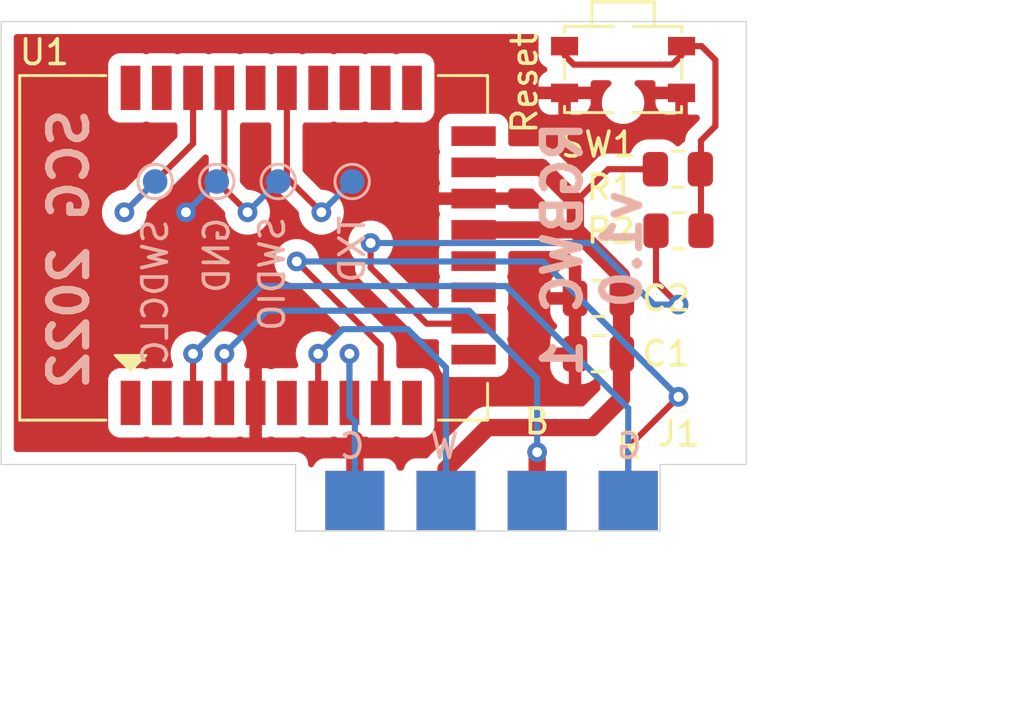
<source format=kicad_pcb>
(kicad_pcb (version 20211014) (generator pcbnew)
  (layers (0 "F.Cu" signal) (31 "B.Cu" signal) (34 "B.Paste" user) (35 "F.Paste" user) (36 "B.SilkS" user "B.Silkscreen") (37 "F.SilkS" user "F.Silkscreen") (38 "B.Mask" user) (39 "F.Mask" user) (44 "Edge.Cuts" user))
  (net 0 "")
  (net 1 "GNDD")
  (net 9 "+3V3")
  (net 10 "Net-(R1-Pad2)")
  (net 15 "LED_G")
  (net 16 "LED_B")
  (net 17 "LED_W")
  (net 18 "LED_C")
  (net 19 "LED_R")
  (net 21 "BTN")
  (net 22 "Net-(TP1-Pad1)")
  (net 23 "Net-(TP2-Pad1)")
  (net 24 "Net-(TP4-Pad1)")
  (footprint "light_rgbwc_1:module_conn" (layer "F.Cu") (at 181.61 124.46)
    (fp_text reference "J1" (at 13.14 -2.71) (layer "F.SilkS"))
    (fp_text value "MODULE" hide)
    (pad "a1" smd rect locked (at 0 0) (size 2.4 2.4) (layers "F.Cu" "F.Paste" "F.Mask") (net 1 "GNDD"))
    (pad "a2" smd rect locked (at 3.7 0) (size 2.4 2.4) (layers "F.Cu" "F.Paste" "F.Mask") (net 9 "+3V3"))
    (pad "a3" smd rect locked (at 7.4 0) (size 2.4 2.4) (layers "F.Cu" "F.Paste" "F.Mask") (net 16 "LED_B"))
    (pad "a4" smd rect locked (at 11.1 0) (size 2.4 2.4) (layers "F.Cu" "F.Paste" "F.Mask") (net 19 "LED_R"))
    (pad "b1" smd rect locked (at 0 0 90) (size 2.4 2.4) (layers "B.Cu" "B.Paste" "B.Mask") (net 18 "LED_C"))
    (pad "b2" smd rect locked (at 3.7 0) (size 2.4 2.4) (layers "B.Cu" "B.Paste" "B.Mask") (net 17 "LED_W"))
    (pad "b3" smd rect locked (at 7.4 0) (size 2.4 2.4) (layers "B.Cu" "B.Paste" "B.Mask"))
    (pad "b4" smd rect locked (at 11.1 0) (size 2.4 2.4) (layers "B.Cu" "B.Paste" "B.Mask") (net 15 "LED_G"))
  )
  (footprint "nrf5:E73-2G4M08S1C" (layer "F.Cu") (at 172.5 107.696 -90)
    (fp_text reference "U1" (at -1.446 3.5 180) (layer "F.SilkS"))
    (fp_text value "E73-2G4M08S1C")
    (fp_line (start -0.5 -14.5) (end 1 -14.5) (layer "F.SilkS") (width 0.12))
    (fp_line (start -0.5 1) (end -0.5 4.5) (layer "F.SilkS") (width 0.12))
    (fp_line (start 12 -14.5) (end 13.5 -14.5) (layer "F.SilkS") (width 0.12))
    (fp_line (start 13.5 -14.5) (end 13.5 -12.5) (layer "F.SilkS") (width 0.12))
    (fp_line (start -0.5 4.5) (end 13.5 4.5) (layer "F.SilkS") (width 0.12))
    (fp_line (start 13.5 4.5) (end 13.5 1) (layer "F.SilkS") (width 0.12))
    (fp_line (start -0.5 -12.5) (end -0.5 -14.5) (layer "F.SilkS") (width 0.12))
    (fp_poly (pts (xy 11.5 0) (xy 10.865 0.635) (xy 10.865 -0.635)) (layer "F.SilkS") (width 0.1) (fill solid))
    (pad "1" smd rect (at 12.800001 0 270) (size 1.8 0.8) (layers "F.Cu" "F.Paste" "F.Mask"))
    (pad "2" smd rect (at 12.800001 -1.27 270) (size 1.8 0.8) (layers "F.Cu" "F.Paste" "F.Mask"))
    (pad "3" smd rect (at 12.800001 -2.54 270) (size 1.8 0.8) (layers "F.Cu" "F.Paste" "F.Mask") (net 15 "LED_G"))
    (pad "4" smd rect (at 12.800001 -3.81 270) (size 1.8 0.8) (layers "F.Cu" "F.Paste" "F.Mask") (net 16 "LED_B"))
    (pad "5" smd rect (at 12.800001 -5.08 270) (size 1.8 0.8) (layers "F.Cu" "F.Paste" "F.Mask") (net 1 "GNDD"))
    (pad "6" smd rect (at 12.800001 -6.35 270) (size 1.8 0.8) (layers "F.Cu" "F.Paste" "F.Mask"))
    (pad "7" smd rect (at 12.800001 -7.62 270) (size 1.8 0.8) (layers "F.Cu" "F.Paste" "F.Mask") (net 17 "LED_W"))
    (pad "8" smd rect (at 12.800001 -8.89 270) (size 1.8 0.8) (layers "F.Cu" "F.Paste" "F.Mask") (net 18 "LED_C"))
    (pad "9" smd rect (at 12.800001 -10.16 270) (size 1.8 0.8) (layers "F.Cu" "F.Paste" "F.Mask") (net 19 "LED_R"))
    (pad "10" smd rect (at 12.800001 -11.43 270) (size 1.8 0.8) (layers "F.Cu" "F.Paste" "F.Mask"))
    (pad "11" smd rect (at 10.840001 -13.929999 270) (size 0.8 1.8) (layers "F.Cu" "F.Paste" "F.Mask"))
    (pad "13" smd rect (at 9.58 -13.929999 270) (size 0.8 1.8) (layers "F.Cu" "F.Paste" "F.Mask") (net 21 "BTN"))
    (pad "15" smd rect (at 8.31 -13.929999 270) (size 0.8 1.8) (layers "F.Cu" "F.Paste" "F.Mask"))
    (pad "17" smd rect (at 7.04 -13.929999 270) (size 0.8 1.8) (layers "F.Cu" "F.Paste" "F.Mask"))
    (pad "19" smd rect (at 5.77 -13.929999 270) (size 0.8 1.8) (layers "F.Cu" "F.Paste" "F.Mask") (net 9 "+3V3"))
    (pad "21" smd rect (at 4.5 -13.929999 270) (size 0.8 1.8) (layers "F.Cu" "F.Paste" "F.Mask") (net 1 "GNDD"))
    (pad "23" smd rect (at 3.230001 -13.929999 270) (size 0.8 1.8) (layers "F.Cu" "F.Paste" "F.Mask") (net 9 "+3V3"))
    (pad "25" smd rect (at 1.960001 -13.929999 270) (size 0.8 1.8) (layers "F.Cu" "F.Paste" "F.Mask"))
    (pad "26" smd rect (at 0 -11.43 270) (size 1.8 0.8) (layers "F.Cu" "F.Paste" "F.Mask"))
    (pad "27" smd rect (at 0 -10.16 270) (size 1.8 0.8) (layers "F.Cu" "F.Paste" "F.Mask"))
    (pad "29" smd rect (at 0 -8.89 270) (size 1.8 0.8) (layers "F.Cu" "F.Paste" "F.Mask"))
    (pad "31" smd rect (at 0 -7.62 270) (size 1.8 0.8) (layers "F.Cu" "F.Paste" "F.Mask"))
    (pad "33" smd rect (at 0 -6.35 270) (size 1.8 0.8) (layers "F.Cu" "F.Paste" "F.Mask") (net 24 "Net-(TP4-Pad1)"))
    (pad "35" smd rect (at 0 -5.08 270) (size 1.8 0.8) (layers "F.Cu" "F.Paste" "F.Mask"))
    (pad "37" smd rect (at 0 -3.81 270) (size 1.8 0.8) (layers "F.Cu" "F.Paste" "F.Mask") (net 23 "Net-(TP2-Pad1)"))
    (pad "39" smd rect (at 0 -2.54 270) (size 1.8 0.8) (layers "F.Cu" "F.Paste" "F.Mask") (net 22 "Net-(TP1-Pad1)"))
    (pad "41" smd rect (at 0 -1.27 270) (size 1.8 0.8) (layers "F.Cu" "F.Paste" "F.Mask"))
    (pad "43" smd rect (at 0 0 270) (size 1.8 0.8) (layers "F.Cu" "F.Paste" "F.Mask"))
  )
  (footprint "light_rgbwc_1:KLS7-TS6335" (layer "F.Cu") (at 192.5 106.95 180)
    (fp_text reference "SW1" (at 1 -3.05) (layer "F.SilkS"))
    (fp_text value "Reset" (at 4 -0.55 90) (layer "F.SilkS"))
    (fp_line (start 2.375 -1.75) (end 2.375 -1.5) (layer "F.SilkS") (width 0.12))
    (fp_line (start 0.4 1.75) (end 2.375 1.75) (layer "F.SilkS") (width 0.12))
    (fp_line (start -2.375 -1.75) (end -0.4 -1.75) (layer "F.SilkS") (width 0.12))
    (fp_line (start -2.375 0.4) (end -2.375 -0.4) (layer "F.SilkS") (width 0.12))
    (fp_line (start 0.4 -1.75) (end 2.375 -1.75) (layer "F.SilkS") (width 0.12))
    (fp_line (start 2.375 1.75) (end 2.375 1.5) (layer "F.SilkS") (width 0.12))
    (fp_line (start 2.375 -0.4) (end 2.375 0.4) (layer "F.SilkS") (width 0.12))
    (fp_line (start 1.27 2.75) (end 1.27 1.75) (layer "F.SilkS") (width 0.12))
    (fp_line (start -1.27 1.75) (end -1.27 2.75) (layer "F.SilkS") (width 0.12))
    (fp_line (start -1.27 2.75) (end 1.27 2.75) (layer "F.SilkS") (width 0.12))
    (fp_line (start -0.4 1.75) (end -2.375 1.75) (layer "F.SilkS") (width 0.12))
    (fp_line (start -2.375 -1.5) (end -2.375 -1.75) (layer "F.SilkS") (width 0.12))
    (fp_line (start -2.375 1.75) (end -2.375 1.5) (layer "F.SilkS") (width 0.12))
    (pad "" np_thru_hole circle locked (at 0 -1.35 180) (size 0.7 0.7) (drill 0.7) (layers *.Cu *.Mask))
    (pad "" np_thru_hole circle locked (at 0 1.35 180) (size 0.7 0.7) (drill 0.7) (layers *.Cu *.Mask))
    (pad "1" smd rect locked (at -2.375 -0.95 180) (size 1.1 0.75) (layers "F.Cu" "F.Paste" "F.Mask") (net 1 "GNDD"))
    (pad "1" smd rect locked (at 2.375 -0.95 180) (size 1.1 0.75) (layers "F.Cu" "F.Paste" "F.Mask") (net 1 "GNDD"))
    (pad "2" smd rect locked (at -2.375 0.95 180) (size 1.1 0.75) (layers "F.Cu" "F.Paste" "F.Mask") (net 10 "Net-(R1-Pad2)"))
    (pad "2" smd rect locked (at 2.375 0.95 180) (size 1.1 0.75) (layers "F.Cu" "F.Paste" "F.Mask") (net 10 "Net-(R1-Pad2)"))
  )
  (footprint "Capacitor_SMD:C_0805_2012Metric" (layer "F.Cu") (at 191.5 118.5 180)
    (fp_text reference "C1" (at -2.75 0) (layer "F.SilkS"))
    (fp_text value "0.1")
    (fp_line (start -0.261252 -0.735) (end 0.261252 -0.735) (layer "F.SilkS") (width 0.12))
    (fp_line (start -0.261252 0.735) (end 0.261252 0.735) (layer "F.SilkS") (width 0.12))
    (pad "1" smd roundrect (at -0.95 0 180) (size 1 1.45) (layers "F.Cu" "F.Paste" "F.Mask") (net 9 "+3V3"))
    (pad "2" smd roundrect (at 0.95 0 180) (size 1 1.45) (layers "F.Cu" "F.Paste" "F.Mask") (net 1 "GNDD"))
  )
  (footprint "Capacitor_SMD:C_0805_2012Metric" (layer "F.Cu") (at 191.5 116.25 180)
    (fp_text reference "C2" (at -2.75 0) (layer "F.SilkS"))
    (fp_text value "10")
    (fp_line (start -0.261252 0.735) (end 0.261252 0.735) (layer "F.SilkS") (width 0.12))
    (fp_line (start -0.261252 -0.735) (end 0.261252 -0.735) (layer "F.SilkS") (width 0.12))
    (pad "1" smd roundrect (at -0.95 0 180) (size 1 1.45) (layers "F.Cu" "F.Paste" "F.Mask") (net 9 "+3V3"))
    (pad "2" smd roundrect (at 0.95 0 180) (size 1 1.45) (layers "F.Cu" "F.Paste" "F.Mask") (net 1 "GNDD"))
  )
  (footprint "Resistor_SMD:R_0805_2012Metric" (layer "F.Cu") (at 194.725 111)
    (fp_text reference "R1" (at -2.725 0.75) (layer "F.SilkS"))
    (fp_text value "10K")
    (fp_line (start -0.227064 -0.735) (end 0.227064 -0.735) (layer "F.SilkS") (width 0.12))
    (fp_line (start -0.227064 0.735) (end 0.227064 0.735) (layer "F.SilkS") (width 0.12))
    (pad "1" smd roundrect (at -0.9125 0) (size 1.025 1.4) (layers "F.Cu" "F.Paste" "F.Mask") (roundrect_rratio 0.243902) (net 9 "+3V3"))
    (pad "2" smd roundrect (at 0.9125 0) (size 1.025 1.4) (layers "F.Cu" "F.Paste" "F.Mask") (roundrect_rratio 0.243902) (net 10 "Net-(R1-Pad2)"))
  )
  (footprint "Resistor_SMD:R_0805_2012Metric" (layer "F.Cu") (at 194.75 113.5)
    (fp_text reference "R2" (at -2.75 0) (layer "F.SilkS"))
    (fp_text value "1K")
    (fp_line (start -0.227064 0.735) (end 0.227064 0.735) (layer "F.SilkS") (width 0.12))
    (fp_line (start -0.227064 -0.735) (end 0.227064 -0.735) (layer "F.SilkS") (width 0.12))
    (pad "1" smd roundrect (at -0.9125 0) (size 1.025 1.4) (layers "F.Cu" "F.Paste" "F.Mask") (roundrect_rratio 0.243902) (net 21 "BTN"))
    (pad "2" smd roundrect (at 0.9125 0) (size 1.025 1.4) (layers "F.Cu" "F.Paste" "F.Mask") (roundrect_rratio 0.243902) (net 10 "Net-(R1-Pad2)"))
  )
  (footprint "TestPoint:TestPoint_Pad_D1.0mm" (layer "B.Cu") (at 173.5 111.5 180)
    (fp_text reference "TP1" hide)
    (fp_text value "SWDCLC" (at 0 -4.5 90) (layer "B.SilkS") (effects (justify mirror)))
    (fp_circle (center 0 0) (end 0 -0.7) (layer "B.SilkS") (width 0.12) (fill none))
    (pad "1" smd circle locked (at 0 0 180) (size 1 1) (layers "B.Cu" "B.Mask") (net 22 "Net-(TP1-Pad1)"))
  )
  (footprint "TestPoint:TestPoint_Pad_D1.0mm" (layer "B.Cu") (at 178.5 111.5 180)
    (fp_text reference "TP2" hide)
    (fp_text value "SWDIO" (at 0.25 -3.75 90) (layer "B.SilkS") (effects (justify mirror)))
    (fp_circle (center 0 0) (end 0 -0.7) (layer "B.SilkS") (width 0.12) (fill none))
    (pad "1" smd circle locked (at 0 0 180) (size 1 1) (layers "B.Cu" "B.Mask") (net 23 "Net-(TP2-Pad1)"))
  )
  (footprint "TestPoint:TestPoint_Pad_D1.0mm" (layer "B.Cu") (at 176 111.5 180)
    (fp_text reference "TP3" hide)
    (fp_text value "GND" (at 0 -3 90) (layer "B.SilkS") (effects (justify mirror)))
    (fp_circle (center 0 0) (end 0 -0.7) (layer "B.SilkS") (width 0.12) (fill none))
    (pad "1" smd circle locked (at 0 0 180) (size 1 1) (layers "B.Cu" "B.Mask") (net 1 "GNDD"))
  )
  (footprint "TestPoint:TestPoint_Pad_D1.0mm" (layer "B.Cu") (at 181.5 111.5 180)
    (fp_text reference "TP4" hide)
    (fp_text value "TXD" (at 0 -2.75 90) (layer "B.SilkS") (effects (justify mirror)))
    (fp_circle (center 0 0) (end 0 -0.7) (layer "B.SilkS") (width 0.12) (fill none))
    (pad "1" smd circle (at 0 0 180) (size 1 1) (layers "B.Cu" "B.Mask") (net 24 "Net-(TP4-Pad1)"))
  )
  (gr_line (start 167.25 105) (end 197.5 105) (layer "Edge.Cuts") (width 0.05))
  (gr_line (start 179.2 125.7) (end 194 125.7) (layer "Edge.Cuts") (width 0.05))
  (gr_line (start 167.25 123) (end 167.25 105) (layer "Edge.Cuts") (width 0.05))
  (gr_line (start 179.2 123) (end 167.25 123) (layer "Edge.Cuts") (width 0.05))
  (gr_line (start 194 125.7) (end 194 123) (layer "Edge.Cuts") (width 0.05))
  (gr_line (start 194 123) (end 197.5 123) (layer "Edge.Cuts") (width 0.05))
  (gr_line (start 179.2 125.7) (end 179.2 123) (layer "Edge.Cuts") (width 0.05))
  (gr_line (start 197.5 123) (end 197.5 105) (layer "Edge.Cuts") (width 0.05))
  (gr_text "SCG 2022" (at 170 114.25 90) (layer "B.SilkS") (effects (font (size 1.5 1.5) (thickness 0.3)) (justify mirror)))
  (gr_text "C" (at 181.5 122.25) (layer "B.SilkS") (effects (font (size 1 1)) (justify mirror)))
  (gr_text "W" (at 185.25 122.25) (layer "B.SilkS") (effects (font (size 1 1)) (justify mirror)))
  (gr_text "RGBWC 1\nv1.0" (at 191.25 114.25 90) (layer "B.SilkS") (effects (font (size 1.5 1.5) (thickness 0.3)) (justify mirror)))
  (gr_text "G" (at 192.75 122.25) (layer "B.SilkS") (effects (font (size 1 1)) (justify mirror)))
  (gr_text "R" (at 192.75 122.25) (layer "F.SilkS") (effects (font (size 1 1))))
  (gr_text "B" (at 189 121.25) (layer "F.SilkS") (effects (font (size 1 1))))
  (segment (start 181.61 124.46) (end 181.61 122) (width 0.7) (layer "F.Cu") (net 1))
  (via (at 174.75 112.75) (size 0.8) (drill 0.4) (layers "F.Cu" "B.Cu") (net 1))
  (segment (start 174.75 112.75) (end 176 111.5) (width 0.25) (layer "B.Cu") (net 1))
  (segment (start 189.176001 110.926001) (end 186.429999 110.926001) (width 0.7) (layer "F.Cu") (net 9))
  (segment (start 187 121.5) (end 191.25 121.5) (width 0.7) (layer "F.Cu") (net 9))
  (segment (start 191.9 111) (end 193.8125 111) (width 0.25) (layer "F.Cu") (net 9))
  (segment (start 190.5625 113.466) (end 192.4375 115.341) (width 0.7) (layer "F.Cu") (net 9))
  (segment (start 185.31 123.19) (end 187 121.5) (width 0.7) (layer "F.Cu") (net 9))
  (segment (start 192.4375 115.341) (end 192.4375 116.25) (width 0.7) (layer "F.Cu") (net 9))
  (segment (start 190.5625 113.466) (end 190.5625 112.3375) (width 0.7) (layer "F.Cu") (net 9))
  (segment (start 191.25 121.5) (end 192.4375 120.3125) (width 0.7) (layer "F.Cu") (net 9))
  (segment (start 190.575 112.325) (end 191.9 111) (width 0.25) (layer "F.Cu") (net 9))
  (segment (start 192.4375 118.5) (end 192.4375 116.25) (width 0.7) (layer "F.Cu") (net 9))
  (segment (start 190.575 112.325) (end 189.176001 110.926001) (width 0.7) (layer "F.Cu") (net 9))
  (segment (start 186.429999 113.466) (end 190.5625 113.466) (width 0.7) (layer "F.Cu") (net 9))
  (segment (start 185.31 124.46) (end 185.31 123.19) (width 0.7) (layer "F.Cu") (net 9))
  (segment (start 192.4375 120.3125) (end 192.4375 118.5) (width 0.7) (layer "F.Cu") (net 9))
  (segment (start 195.6625 111) (end 195.6625 113.5) (width 0.25) (layer "F.Cu") (net 10))
  (segment (start 190.5 106.75) (end 194.5 106.75) (width 0.25) (layer "F.Cu") (net 10))
  (segment (start 195.6875 106) (end 196.25 106.5625) (width 0.25) (layer "F.Cu") (net 10))
  (segment (start 196.25 106.5625) (end 196.25 109.25) (width 0.25) (layer "F.Cu") (net 10))
  (segment (start 190.125 106) (end 190.125 106.375) (width 0.25) (layer "F.Cu") (net 10))
  (segment (start 194.875 106) (end 195.6875 106) (width 0.25) (layer "F.Cu") (net 10))
  (segment (start 194.5 106.75) (end 194.875 106.375) (width 0.25) (layer "F.Cu") (net 10))
  (segment (start 194.875 106.375) (end 194.875 106) (width 0.25) (layer "F.Cu") (net 10))
  (segment (start 195.6625 109.8375) (end 195.6625 111) (width 0.25) (layer "F.Cu") (net 10))
  (segment (start 196.25 109.25) (end 195.6625 109.8375) (width 0.25) (layer "F.Cu") (net 10))
  (segment (start 190.125 106.375) (end 190.5 106.75) (width 0.25) (layer "F.Cu") (net 10))
  (segment (start 175.04 120.496001) (end 175.04 118.5) (width 0.25) (layer "F.Cu") (net 15))
  (via (at 175.04 118.5) (size 0.8) (drill 0.4) (layers "F.Cu" "B.Cu") (net 15))
  (segment (start 187.75 115.75) (end 177.79 115.75) (width 0.25) (layer "B.Cu") (net 15))
  (segment (start 192.71 124.46) (end 192.71 120.71) (width 0.25) (layer "B.Cu") (net 15))
  (segment (start 192.71 120.71) (end 187.75 115.75) (width 0.25) (layer "B.Cu") (net 15))
  (segment (start 177.79 115.75) (end 175.04 118.5) (width 0.25) (layer "B.Cu") (net 15))
  (segment (start 176.31 120.496001) (end 176.31 118.5) (width 0.25) (layer "F.Cu") (net 16))
  (segment (start 189.01 122.5) (end 189.01 124.46) (width 0.7) (layer "F.Cu") (net 16))
  (via (at 189.01 122.5) (size 0.8) (drill 0.4) (layers "F.Cu" "B.Cu") (net 16))
  (via (at 176.31 118.5) (size 0.8) (drill 0.4) (layers "F.Cu" "B.Cu") (net 16))
  (segment (start 189.01 122.5) (end 189.01 119.51) (width 0.25) (layer "B.Cu") (net 16))
  (segment (start 178.06 116.75) (end 176.31 118.5) (width 0.25) (layer "B.Cu") (net 16))
  (segment (start 186.25 116.75) (end 178.06 116.75) (width 0.25) (layer "B.Cu") (net 16))
  (segment (start 189.01 119.51) (end 186.25 116.75) (width 0.25) (layer "B.Cu") (net 16))
  (segment (start 180.12 120.496001) (end 180.12 118.5) (width 0.25) (layer "F.Cu") (net 17))
  (via (at 180.12 118.5) (size 0.8) (drill 0.4) (layers "F.Cu" "B.Cu") (net 17))
  (segment (start 181.12 117.5) (end 180.12 118.5) (width 0.25) (layer "B.Cu") (net 17))
  (segment (start 185.31 119.06) (end 183.75 117.5) (width 0.25) (layer "B.Cu") (net 17))
  (segment (start 185.31 124.46) (end 185.31 119.06) (width 0.25) (layer "B.Cu") (net 17))
  (segment (start 183.75 117.5) (end 181.12 117.5) (width 0.25) (layer "B.Cu") (net 17))
  (segment (start 181.39 120.496001) (end 181.39 118.5) (width 0.25) (layer "F.Cu") (net 18))
  (via (at 181.39 118.5) (size 0.8) (drill 0.4) (layers "F.Cu" "B.Cu") (net 18))
  (segment (start 181.39 118.5) (end 181.39 121.03) (width 0.25) (layer "B.Cu") (net 18))
  (segment (start 181.39 121.03) (end 181.61 121.25) (width 0.25) (layer "B.Cu") (net 18))
  (segment (start 181.61 121.25) (end 181.61 124.46) (width 0.25) (layer "B.Cu") (net 18))
  (segment (start 194.75 120.25) (end 192.71 122.29) (width 0.25) (layer "F.Cu") (net 19))
  (segment (start 182.66 118.16) (end 182.66 120.496001) (width 0.25) (layer "F.Cu") (net 19))
  (segment (start 192.71 122.29) (end 192.71 124.46) (width 0.25) (layer "F.Cu") (net 19))
  (segment (start 179.25 114.75) (end 182.66 118.16) (width 0.25) (layer "F.Cu") (net 19))
  (via (at 179.25 114.75) (size 0.8) (drill 0.4) (layers "F.Cu" "B.Cu") (net 19))
  (via (at 194.75 120.25) (size 0.8) (drill 0.4) (layers "F.Cu" "B.Cu") (net 19))
  (segment (start 189.25 114.75) (end 194.75 120.25) (width 0.25) (layer "B.Cu") (net 19))
  (segment (start 179.25 114.75) (end 189.25 114.75) (width 0.25) (layer "B.Cu") (net 19))
  (segment (start 194.75 116.5) (end 193.8375 115.5875) (width 0.25) (layer "F.Cu") (net 21))
  (segment (start 182.25 114) (end 182.25 115) (width 0.25) (layer "F.Cu") (net 21))
  (segment (start 182.25 115) (end 184.526 117.276) (width 0.25) (layer "F.Cu") (net 21))
  (segment (start 193.8375 115.5875) (end 193.8375 113.5) (width 0.25) (layer "F.Cu") (net 21))
  (segment (start 184.526 117.276) (end 186.429999 117.276) (width 0.25) (layer "F.Cu") (net 21))
  (via (at 182.25 114) (size 0.8) (drill 0.4) (layers "F.Cu" "B.Cu") (net 21))
  (via (at 194.75 116.5) (size 0.8) (drill 0.4) (layers "F.Cu" "B.Cu") (net 21))
  (segment (start 193.75 116.5) (end 194.75 116.5) (width 0.25) (layer "B.Cu") (net 21))
  (segment (start 191.25 114) (end 193.75 116.5) (width 0.25) (layer "B.Cu") (net 21))
  (segment (start 182.25 114) (end 191.25 114) (width 0.25) (layer "B.Cu") (net 21))
  (segment (start 172.25 112.75) (end 175.04 109.96) (width 0.25) (layer "F.Cu") (net 22))
  (segment (start 175.04 109.96) (end 175.04 107.696) (width 0.25) (layer "F.Cu") (net 22))
  (via (at 172.25 112.75) (size 0.8) (drill 0.4) (layers "F.Cu" "B.Cu") (net 22))
  (segment (start 172.25 112.75) (end 173.5 111.5) (width 0.25) (layer "B.Cu") (net 22))
  (segment (start 176.31 111.81) (end 176.31 107.696) (width 0.25) (layer "F.Cu") (net 23))
  (segment (start 177.25 112.75) (end 176.31 111.81) (width 0.25) (layer "F.Cu") (net 23))
  (via (at 177.25 112.75) (size 0.8) (drill 0.4) (layers "F.Cu" "B.Cu") (net 23))
  (segment (start 177.25 112.75) (end 178.5 111.5) (width 0.25) (layer "B.Cu") (net 23))
  (segment (start 178.85 111.35) (end 178.85 107.696) (width 0.25) (layer "F.Cu") (net 24))
  (segment (start 180.25 112.75) (end 178.85 111.35) (width 0.25) (layer "F.Cu") (net 24))
  (via (at 180.25 112.75) (size 0.8) (drill 0.4) (layers "F.Cu" "B.Cu") (net 24))
  (segment (start 181.5 111.5) (end 180.25 112.75) (width 0.25) (layer "B.Cu") (net 24))
  (zone (net 1) (net_name "GNDD") (layer "F.Cu") (connect_pads (clearance 0.508)) (min_thickness 0.254) (fill yes (thermal_gap 0.508) (thermal_bridge_width 0.508))
    (polygon (pts (xy 197.25 122.75) (xy 193.75 122.75) (xy 193.75 123.25) (xy 179.5 123.25) (xy 179.5 122.75) (xy 167.5 122.75) (xy 167.5 105.25) (xy 197.25 105.25)))
  )
)
</source>
